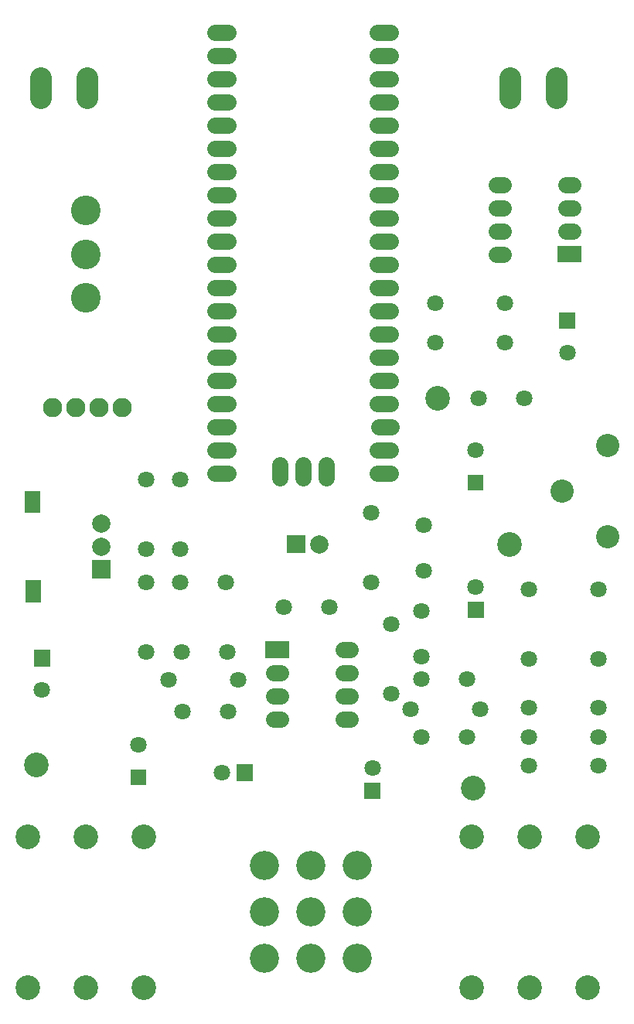
<source format=gbs>
G04 Layer: BottomSolderMaskLayer*
G04 EasyEDA v6.4.19.5, 2021-05-01T16:54:04+01:00*
G04 546d7772027e45709b81d84d5bd5c9e2,16c567bfc68a422cbc3e568a0f495cef,10*
G04 Gerber Generator version 0.2*
G04 Scale: 100 percent, Rotated: No, Reflected: No *
G04 Dimensions in millimeters *
G04 leading zeros omitted , absolute positions ,4 integer and 5 decimal *
%FSLAX45Y45*%
%MOMM*%

%ADD38C,1.8032*%
%ADD39C,1.8031*%
%ADD40C,2.4032*%
%ADD41C,2.7031*%
%ADD43C,2.0032*%
%ADD44R,1.8032X1.8032*%
%ADD45C,3.2032*%
%ADD46C,2.7026*%
%ADD48C,2.1032*%
%ADD49C,3.2487*%
%ADD50C,2.5432*%

%LPD*%
D38*
X6085199Y11518900D02*
G01*
X6005200Y11518900D01*
X6847199Y11010900D02*
G01*
X6767200Y11010900D01*
X6085199Y11264900D02*
G01*
X6005200Y11264900D01*
X6847199Y11264900D02*
G01*
X6767200Y11264900D01*
X6085199Y11010900D02*
G01*
X6005200Y11010900D01*
X6847199Y11518900D02*
G01*
X6767200Y11518900D01*
X6085199Y10756900D02*
G01*
X6005200Y10756900D01*
X4328800Y5664200D02*
G01*
X4408799Y5664200D01*
X3566800Y6172200D02*
G01*
X3646799Y6172200D01*
X4328800Y5918200D02*
G01*
X4408799Y5918200D01*
X3566800Y5918200D02*
G01*
X3646799Y5918200D01*
X4328800Y6172200D02*
G01*
X4408799Y6172200D01*
X3566800Y5664200D02*
G01*
X3646799Y5664200D01*
X4328800Y6426200D02*
G01*
X4408799Y6426200D01*
X4140200Y8309561D02*
G01*
X4140200Y8449561D01*
D39*
X3886200Y8309610D02*
G01*
X3886200Y8449563D01*
D38*
X3632200Y8309561D02*
G01*
X3632200Y8449561D01*
D39*
X2927197Y8356600D02*
G01*
X3067202Y8356600D01*
X2927197Y8610600D02*
G01*
X3067202Y8610600D01*
X2927197Y8864600D02*
G01*
X3067202Y8864600D01*
X2927197Y9118600D02*
G01*
X3067202Y9118600D01*
X2927197Y9372600D02*
G01*
X3067202Y9372600D01*
X2927197Y9626600D02*
G01*
X3067202Y9626600D01*
X2927197Y9880600D02*
G01*
X3067202Y9880600D01*
X2927197Y10134600D02*
G01*
X3067202Y10134600D01*
X2927197Y10388600D02*
G01*
X3067202Y10388600D01*
X2927197Y10642600D02*
G01*
X3067202Y10642600D01*
X2927197Y10896600D02*
G01*
X3067202Y10896600D01*
X2927197Y11150600D02*
G01*
X3067202Y11150600D01*
X2927197Y11404600D02*
G01*
X3067202Y11404600D01*
X2927197Y11658600D02*
G01*
X3067202Y11658600D01*
X2927197Y11912600D02*
G01*
X3067202Y11912600D01*
X2927197Y12166600D02*
G01*
X3067202Y12166600D01*
X2927197Y12420600D02*
G01*
X3067202Y12420600D01*
X2927197Y12674600D02*
G01*
X3067202Y12674600D01*
X2927197Y12928600D02*
G01*
X3067202Y12928600D01*
X2927197Y13182600D02*
G01*
X3067202Y13182600D01*
X4845202Y13182600D02*
G01*
X4705197Y13182600D01*
X4845202Y12928600D02*
G01*
X4705197Y12928600D01*
X4845202Y12674600D02*
G01*
X4705197Y12674600D01*
X4845202Y12420600D02*
G01*
X4705197Y12420600D01*
X4845202Y12166600D02*
G01*
X4705197Y12166600D01*
X4845202Y11912600D02*
G01*
X4705197Y11912600D01*
X4845202Y11658600D02*
G01*
X4705197Y11658600D01*
X4845202Y11404600D02*
G01*
X4705197Y11404600D01*
X4845202Y11150600D02*
G01*
X4705197Y11150600D01*
X4845202Y10896600D02*
G01*
X4705197Y10896600D01*
X4845202Y10642600D02*
G01*
X4705197Y10642600D01*
X4845202Y10388600D02*
G01*
X4705197Y10388600D01*
X4845202Y10134600D02*
G01*
X4705197Y10134600D01*
X4845202Y9880600D02*
G01*
X4705197Y9880600D01*
X4845202Y9626600D02*
G01*
X4705197Y9626600D01*
X4845202Y9372600D02*
G01*
X4705197Y9372600D01*
X4845202Y9118600D02*
G01*
X4705197Y9118600D01*
X4856200Y8864600D02*
G01*
X4716195Y8864600D01*
X4845202Y8610600D02*
G01*
X4705197Y8610600D01*
X4845202Y8356600D02*
G01*
X4705197Y8356600D01*
D40*
X1526031Y12463000D02*
G01*
X1526031Y12682999D01*
X1016000Y12463000D02*
G01*
X1016000Y12682999D01*
X6669531Y12463000D02*
G01*
X6669531Y12682999D01*
X6159500Y12463000D02*
G01*
X6159500Y12682999D01*
D41*
G01*
X6368999Y4380992D03*
G01*
X5733999Y2731007D03*
G01*
X7003999Y4380992D03*
G01*
X5733999Y4380992D03*
G01*
X7003999Y2731007D03*
G01*
X6368999Y2731007D03*
G01*
X1505000Y2731007D03*
G01*
X2140000Y4380992D03*
G01*
X870000Y2731007D03*
G01*
X2140000Y2731007D03*
G01*
X870000Y4380992D03*
G01*
X1505000Y4380992D03*
D38*
G01*
X5185613Y5473700D03*
G01*
X5685612Y5473700D03*
G01*
X6362700Y5473700D03*
G01*
X7124700Y5473700D03*
G01*
X5829300Y5778500D03*
G01*
X5067300Y5778500D03*
G01*
X2540000Y8293100D03*
G01*
X2540000Y7531100D03*
G01*
X5207000Y7293787D03*
G01*
X5207000Y7793786D03*
G01*
X7124700Y7086600D03*
G01*
X7124700Y6324600D03*
G01*
X6362700Y5791200D03*
G01*
X7124700Y5791200D03*
G36*
X3709924Y7481823D02*
G01*
X3709924Y7681976D01*
X3910075Y7681976D01*
X3910075Y7481823D01*
G37*
D43*
G01*
X4064000Y7581900D03*
D38*
G01*
X6362700Y6324600D03*
G01*
X6362700Y7086600D03*
G01*
X4851400Y5943600D03*
G01*
X4851400Y6705600D03*
G36*
X5688329Y6769862D02*
G01*
X5688329Y6950202D01*
X5868670Y6950202D01*
X5868670Y6769862D01*
G37*
G01*
X5778500Y7109993D03*
G36*
X3158997Y4989829D02*
G01*
X3158997Y5170170D01*
X3339338Y5170170D01*
X3339338Y4989829D01*
G37*
G01*
X2999181Y5080000D03*
D45*
G01*
X4483100Y4064000D03*
G01*
X3975100Y4064000D03*
G01*
X4483100Y3556000D03*
G01*
X3975100Y3556000D03*
G01*
X4483100Y3048000D03*
G01*
X3975100Y3048000D03*
G01*
X3467100Y3048000D03*
G01*
X3467100Y3556000D03*
G01*
X3467100Y4064000D03*
G36*
X4558029Y4788662D02*
G01*
X4558029Y4969002D01*
X4738370Y4969002D01*
X4738370Y4788662D01*
G37*
D38*
G01*
X4648200Y5128793D03*
G01*
X4635500Y7924800D03*
G01*
X4635500Y7162800D03*
G01*
X5185613Y6108700D03*
G01*
X5685612Y6108700D03*
D46*
G01*
X5753100Y4914900D03*
G01*
X6146800Y7581900D03*
G01*
X965200Y5168900D03*
D38*
G01*
X2170353Y8293100D03*
G01*
X2170353Y7531100D03*
G01*
X2544013Y7162800D03*
G01*
X3043986Y7162800D03*
G01*
X2171700Y7162800D03*
G01*
X2171700Y6400800D03*
G01*
X2413000Y6096000D03*
G01*
X3175000Y6096000D03*
G01*
X3069386Y5753100D03*
G01*
X2569413Y5753100D03*
G01*
X3056686Y6400800D03*
G01*
X2556713Y6400800D03*
G36*
X938529Y6244336D02*
G01*
X938529Y6424676D01*
X1118870Y6424676D01*
X1118870Y6244336D01*
G37*
G01*
X1028700Y5984494D03*
D44*
G01*
X2082800Y5031994D03*
D38*
G01*
X2082800Y5382005D03*
D44*
G01*
X5778500Y8257794D03*
D38*
G01*
X5778500Y8607805D03*
G36*
X6691629Y9940036D02*
G01*
X6691629Y10120376D01*
X6871970Y10120376D01*
X6871970Y9940036D01*
G37*
G01*
X6781800Y9680194D03*
G01*
X3674313Y6896100D03*
G01*
X4174286Y6896100D03*
G01*
X5807913Y9182100D03*
G01*
X6307886Y9182100D03*
G01*
X5181600Y6854012D03*
G01*
X5181600Y6354013D03*
G01*
X6362700Y5156200D03*
G01*
X7124700Y5156200D03*
D46*
G01*
X5359400Y9182100D03*
G36*
X6677152Y10666729D02*
G01*
X6677152Y10847070D01*
X6937247Y10847070D01*
X6937247Y10666729D01*
G37*
G36*
X3476752Y6336029D02*
G01*
X3476752Y6516370D01*
X3736847Y6516370D01*
X3736847Y6336029D01*
G37*
D48*
G01*
X1397000Y9080500D03*
G01*
X1143000Y9080500D03*
G01*
X1651000Y9080500D03*
G01*
X1905000Y9080500D03*
D49*
G01*
X1511300Y10279379D03*
G01*
X1511300Y10756900D03*
G01*
X1511300Y11234420D03*
D50*
G01*
X7222286Y8666099D03*
G01*
X6722287Y8166100D03*
G01*
X7222286Y7666101D03*
G36*
X1576831Y7206234D02*
G01*
X1576831Y7406639D01*
X1777237Y7406639D01*
X1777237Y7206234D01*
G37*
D43*
G01*
X1677365Y7556677D03*
G01*
X1677111Y7806613D03*
G36*
X852170Y6946392D02*
G01*
X852170Y7186676D01*
X1022350Y7186676D01*
X1022350Y6946392D01*
G37*
G36*
X842010Y7926323D02*
G01*
X842010Y8166608D01*
X1012189Y8166608D01*
X1012189Y7926323D01*
G37*
D38*
G01*
X5334000Y9791700D03*
G01*
X6096000Y9791700D03*
G01*
X5334000Y10223500D03*
G01*
X6096000Y10223500D03*
M02*

</source>
